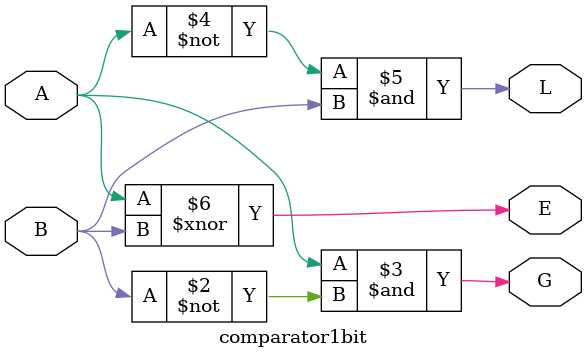
<source format=v>
`timescale 1ns / 1ps
module comparator1bit(A,B,G,L,E);
	input A,B;
	output G,L,E;
	reg G,L,E;
always @(A,B)
	begin
	G=A&(~B);
	L=(~A)&B;
	E=A^~B;
	end
endmodule

</source>
